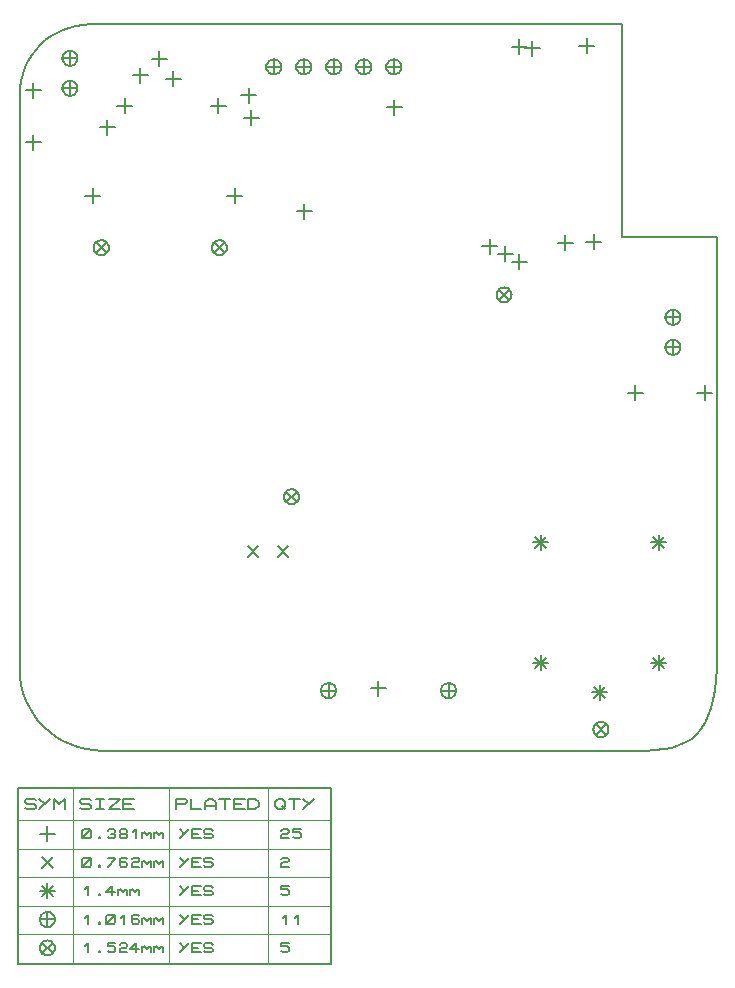
<source format=gbr>
G04 PROTEUS RS274X GERBER FILE*
%FSLAX45Y45*%
%MOMM*%
G01*
%ADD34C,0.203200*%
%ADD99C,0.127000*%
%ADD102C,0.063500*%
D34*
X-2280000Y+1713500D02*
X-2280000Y+1586500D01*
X-2343500Y+1650000D02*
X-2216500Y+1650000D01*
X-1080000Y+1713500D02*
X-1080000Y+1586500D01*
X-1143500Y+1650000D02*
X-1016500Y+1650000D01*
X+135300Y-2455018D02*
X+135300Y-2582018D01*
X+71800Y-2518518D02*
X+198800Y-2518518D01*
X-2785700Y+2164352D02*
X-2785700Y+2037352D01*
X-2849200Y+2100852D02*
X-2722200Y+2100852D01*
X-2160000Y+2293500D02*
X-2160000Y+2166500D01*
X-2223500Y+2230000D02*
X-2096500Y+2230000D01*
X-1220000Y+2473500D02*
X-1220000Y+2346500D01*
X-1283500Y+2410000D02*
X-1156500Y+2410000D01*
X-940000Y+2373500D02*
X-940000Y+2246500D01*
X-1003500Y+2310000D02*
X-876500Y+2310000D01*
X-2785700Y+2604292D02*
X-2785700Y+2477292D01*
X-2849200Y+2540792D02*
X-2722200Y+2540792D01*
X-1880000Y+2733500D02*
X-1880000Y+2606500D01*
X-1943500Y+2670000D02*
X-1816500Y+2670000D01*
X-490000Y+1583500D02*
X-490000Y+1456500D01*
X-553500Y+1520000D02*
X-426500Y+1520000D01*
X+1330000Y+2973500D02*
X+1330000Y+2846500D01*
X+1266500Y+2910000D02*
X+1393500Y+2910000D01*
X+1960000Y+1323500D02*
X+1960000Y+1196500D01*
X+1896500Y+1260000D02*
X+2023500Y+1260000D01*
X+1900000Y+2983500D02*
X+1900000Y+2856500D01*
X+1836500Y+2920000D02*
X+1963500Y+2920000D01*
X+2310000Y+43500D02*
X+2310000Y-83500D01*
X+2246500Y-20000D02*
X+2373500Y-20000D01*
X+2900000Y+43500D02*
X+2900000Y-83500D01*
X+2836500Y-20000D02*
X+2963500Y-20000D01*
X+1330000Y+1153500D02*
X+1330000Y+1026500D01*
X+1266500Y+1090000D02*
X+1393500Y+1090000D01*
X-2010000Y+2473850D02*
X-2010000Y+2346850D01*
X-2073500Y+2410350D02*
X-1946500Y+2410350D01*
X+1210000Y+1223500D02*
X+1210000Y+1096500D01*
X+1146500Y+1160000D02*
X+1273500Y+1160000D01*
X-1600000Y+2703500D02*
X-1600000Y+2576500D01*
X-1663500Y+2640000D02*
X-1536500Y+2640000D01*
X+1080000Y+1283500D02*
X+1080000Y+1156500D01*
X+1016500Y+1220000D02*
X+1143500Y+1220000D01*
X-1720000Y+2873500D02*
X-1720000Y+2746500D01*
X-1783500Y+2810000D02*
X-1656500Y+2810000D01*
X+1720000Y+1313500D02*
X+1720000Y+1186500D01*
X+1656500Y+1250000D02*
X+1783500Y+1250000D01*
X+270000Y+2463500D02*
X+270000Y+2336500D01*
X+206500Y+2400000D02*
X+333500Y+2400000D01*
X+1440000Y+2963500D02*
X+1440000Y+2836500D01*
X+1376500Y+2900000D02*
X+1503500Y+2900000D01*
X-960000Y+2563500D02*
X-960000Y+2436500D01*
X-1023500Y+2500000D02*
X-896500Y+2500000D01*
X-714901Y-1315099D02*
X-625099Y-1404901D01*
X-714901Y-1404901D02*
X-625099Y-1315099D01*
X-968901Y-1315099D02*
X-879099Y-1404901D01*
X-968901Y-1404901D02*
X-879099Y-1315099D01*
X-222500Y-2540000D02*
X-222717Y-2534753D01*
X-224482Y-2524258D01*
X-228174Y-2513763D01*
X-234202Y-2503268D01*
X-243424Y-2492888D01*
X-253919Y-2485200D01*
X-264414Y-2480282D01*
X-274909Y-2477476D01*
X-285404Y-2476503D01*
X-286000Y-2476500D01*
X-349500Y-2540000D02*
X-349283Y-2534753D01*
X-347518Y-2524258D01*
X-343826Y-2513763D01*
X-337798Y-2503268D01*
X-328576Y-2492888D01*
X-318081Y-2485200D01*
X-307586Y-2480282D01*
X-297091Y-2477476D01*
X-286596Y-2476503D01*
X-286000Y-2476500D01*
X-349500Y-2540000D02*
X-349283Y-2545247D01*
X-347518Y-2555742D01*
X-343826Y-2566237D01*
X-337798Y-2576732D01*
X-328576Y-2587112D01*
X-318081Y-2594800D01*
X-307586Y-2599718D01*
X-297091Y-2602524D01*
X-286596Y-2603497D01*
X-286000Y-2603500D01*
X-222500Y-2540000D02*
X-222717Y-2545247D01*
X-224482Y-2555742D01*
X-228174Y-2566237D01*
X-234202Y-2576732D01*
X-243424Y-2587112D01*
X-253919Y-2594800D01*
X-264414Y-2599718D01*
X-274909Y-2602524D01*
X-285404Y-2603497D01*
X-286000Y-2603500D01*
X-286000Y-2476500D02*
X-286000Y-2603500D01*
X-349500Y-2540000D02*
X-222500Y-2540000D01*
X+793500Y-2540000D02*
X+793283Y-2534753D01*
X+791518Y-2524258D01*
X+787826Y-2513763D01*
X+781798Y-2503268D01*
X+772576Y-2492888D01*
X+762081Y-2485200D01*
X+751586Y-2480282D01*
X+741091Y-2477476D01*
X+730596Y-2476503D01*
X+730000Y-2476500D01*
X+666500Y-2540000D02*
X+666717Y-2534753D01*
X+668482Y-2524258D01*
X+672174Y-2513763D01*
X+678202Y-2503268D01*
X+687424Y-2492888D01*
X+697919Y-2485200D01*
X+708414Y-2480282D01*
X+718909Y-2477476D01*
X+729404Y-2476503D01*
X+730000Y-2476500D01*
X+666500Y-2540000D02*
X+666717Y-2545247D01*
X+668482Y-2555742D01*
X+672174Y-2566237D01*
X+678202Y-2576732D01*
X+687424Y-2587112D01*
X+697919Y-2594800D01*
X+708414Y-2599718D01*
X+718909Y-2602524D01*
X+729404Y-2603497D01*
X+730000Y-2603500D01*
X+793500Y-2540000D02*
X+793283Y-2545247D01*
X+791518Y-2555742D01*
X+787826Y-2566237D01*
X+781798Y-2576732D01*
X+772576Y-2587112D01*
X+762081Y-2594800D01*
X+751586Y-2599718D01*
X+741091Y-2602524D01*
X+730596Y-2603497D01*
X+730000Y-2603500D01*
X+730000Y-2476500D02*
X+730000Y-2603500D01*
X+666500Y-2540000D02*
X+793500Y-2540000D01*
X-2146500Y+1210000D02*
X-2146717Y+1215247D01*
X-2148482Y+1225742D01*
X-2152174Y+1236237D01*
X-2158202Y+1246732D01*
X-2167424Y+1257112D01*
X-2177919Y+1264800D01*
X-2188414Y+1269718D01*
X-2198909Y+1272524D01*
X-2209404Y+1273497D01*
X-2210000Y+1273500D01*
X-2273500Y+1210000D02*
X-2273283Y+1215247D01*
X-2271518Y+1225742D01*
X-2267826Y+1236237D01*
X-2261798Y+1246732D01*
X-2252576Y+1257112D01*
X-2242081Y+1264800D01*
X-2231586Y+1269718D01*
X-2221091Y+1272524D01*
X-2210596Y+1273497D01*
X-2210000Y+1273500D01*
X-2273500Y+1210000D02*
X-2273283Y+1204753D01*
X-2271518Y+1194258D01*
X-2267826Y+1183763D01*
X-2261798Y+1173268D01*
X-2252576Y+1162888D01*
X-2242081Y+1155200D01*
X-2231586Y+1150282D01*
X-2221091Y+1147476D01*
X-2210596Y+1146503D01*
X-2210000Y+1146500D01*
X-2146500Y+1210000D02*
X-2146717Y+1204753D01*
X-2148482Y+1194258D01*
X-2152174Y+1183763D01*
X-2158202Y+1173268D01*
X-2167424Y+1162888D01*
X-2177919Y+1155200D01*
X-2188414Y+1150282D01*
X-2198909Y+1147476D01*
X-2209404Y+1146503D01*
X-2210000Y+1146500D01*
X-2254901Y+1254901D02*
X-2165099Y+1165099D01*
X-2254901Y+1165099D02*
X-2165099Y+1254901D01*
X-1146500Y+1210000D02*
X-1146717Y+1215247D01*
X-1148482Y+1225742D01*
X-1152174Y+1236237D01*
X-1158202Y+1246732D01*
X-1167424Y+1257112D01*
X-1177919Y+1264800D01*
X-1188414Y+1269718D01*
X-1198909Y+1272524D01*
X-1209404Y+1273497D01*
X-1210000Y+1273500D01*
X-1273500Y+1210000D02*
X-1273283Y+1215247D01*
X-1271518Y+1225742D01*
X-1267826Y+1236237D01*
X-1261798Y+1246732D01*
X-1252576Y+1257112D01*
X-1242081Y+1264800D01*
X-1231586Y+1269718D01*
X-1221091Y+1272524D01*
X-1210596Y+1273497D01*
X-1210000Y+1273500D01*
X-1273500Y+1210000D02*
X-1273283Y+1204753D01*
X-1271518Y+1194258D01*
X-1267826Y+1183763D01*
X-1261798Y+1173268D01*
X-1252576Y+1162888D01*
X-1242081Y+1155200D01*
X-1231586Y+1150282D01*
X-1221091Y+1147476D01*
X-1210596Y+1146503D01*
X-1210000Y+1146500D01*
X-1146500Y+1210000D02*
X-1146717Y+1204753D01*
X-1148482Y+1194258D01*
X-1152174Y+1183763D01*
X-1158202Y+1173268D01*
X-1167424Y+1162888D01*
X-1177919Y+1155200D01*
X-1188414Y+1150282D01*
X-1198909Y+1147476D01*
X-1209404Y+1146503D01*
X-1210000Y+1146500D01*
X-1254901Y+1254901D02*
X-1165099Y+1165099D01*
X-1254901Y+1165099D02*
X-1165099Y+1254901D01*
X+1263500Y+810000D02*
X+1263283Y+815247D01*
X+1261518Y+825742D01*
X+1257826Y+836237D01*
X+1251798Y+846732D01*
X+1242576Y+857112D01*
X+1232081Y+864800D01*
X+1221586Y+869718D01*
X+1211091Y+872524D01*
X+1200596Y+873497D01*
X+1200000Y+873500D01*
X+1136500Y+810000D02*
X+1136717Y+815247D01*
X+1138482Y+825742D01*
X+1142174Y+836237D01*
X+1148202Y+846732D01*
X+1157424Y+857112D01*
X+1167919Y+864800D01*
X+1178414Y+869718D01*
X+1188909Y+872524D01*
X+1199404Y+873497D01*
X+1200000Y+873500D01*
X+1136500Y+810000D02*
X+1136717Y+804753D01*
X+1138482Y+794258D01*
X+1142174Y+783763D01*
X+1148202Y+773268D01*
X+1157424Y+762888D01*
X+1167919Y+755200D01*
X+1178414Y+750282D01*
X+1188909Y+747476D01*
X+1199404Y+746503D01*
X+1200000Y+746500D01*
X+1263500Y+810000D02*
X+1263283Y+804753D01*
X+1261518Y+794258D01*
X+1257826Y+783763D01*
X+1251798Y+773268D01*
X+1242576Y+762888D01*
X+1232081Y+755200D01*
X+1221586Y+750282D01*
X+1211091Y+747476D01*
X+1200596Y+746503D01*
X+1200000Y+746500D01*
X+1155099Y+854901D02*
X+1244901Y+765099D01*
X+1155099Y+765099D02*
X+1244901Y+854901D01*
X-686500Y+2740000D02*
X-686717Y+2745247D01*
X-688482Y+2755742D01*
X-692174Y+2766237D01*
X-698202Y+2776732D01*
X-707424Y+2787112D01*
X-717919Y+2794800D01*
X-728414Y+2799718D01*
X-738909Y+2802524D01*
X-749404Y+2803497D01*
X-750000Y+2803500D01*
X-813500Y+2740000D02*
X-813283Y+2745247D01*
X-811518Y+2755742D01*
X-807826Y+2766237D01*
X-801798Y+2776732D01*
X-792576Y+2787112D01*
X-782081Y+2794800D01*
X-771586Y+2799718D01*
X-761091Y+2802524D01*
X-750596Y+2803497D01*
X-750000Y+2803500D01*
X-813500Y+2740000D02*
X-813283Y+2734753D01*
X-811518Y+2724258D01*
X-807826Y+2713763D01*
X-801798Y+2703268D01*
X-792576Y+2692888D01*
X-782081Y+2685200D01*
X-771586Y+2680282D01*
X-761091Y+2677476D01*
X-750596Y+2676503D01*
X-750000Y+2676500D01*
X-686500Y+2740000D02*
X-686717Y+2734753D01*
X-688482Y+2724258D01*
X-692174Y+2713763D01*
X-698202Y+2703268D01*
X-707424Y+2692888D01*
X-717919Y+2685200D01*
X-728414Y+2680282D01*
X-738909Y+2677476D01*
X-749404Y+2676503D01*
X-750000Y+2676500D01*
X-750000Y+2803500D02*
X-750000Y+2676500D01*
X-813500Y+2740000D02*
X-686500Y+2740000D01*
X-432500Y+2740000D02*
X-432717Y+2745247D01*
X-434482Y+2755742D01*
X-438174Y+2766237D01*
X-444202Y+2776732D01*
X-453424Y+2787112D01*
X-463919Y+2794800D01*
X-474414Y+2799718D01*
X-484909Y+2802524D01*
X-495404Y+2803497D01*
X-496000Y+2803500D01*
X-559500Y+2740000D02*
X-559283Y+2745247D01*
X-557518Y+2755742D01*
X-553826Y+2766237D01*
X-547798Y+2776732D01*
X-538576Y+2787112D01*
X-528081Y+2794800D01*
X-517586Y+2799718D01*
X-507091Y+2802524D01*
X-496596Y+2803497D01*
X-496000Y+2803500D01*
X-559500Y+2740000D02*
X-559283Y+2734753D01*
X-557518Y+2724258D01*
X-553826Y+2713763D01*
X-547798Y+2703268D01*
X-538576Y+2692888D01*
X-528081Y+2685200D01*
X-517586Y+2680282D01*
X-507091Y+2677476D01*
X-496596Y+2676503D01*
X-496000Y+2676500D01*
X-432500Y+2740000D02*
X-432717Y+2734753D01*
X-434482Y+2724258D01*
X-438174Y+2713763D01*
X-444202Y+2703268D01*
X-453424Y+2692888D01*
X-463919Y+2685200D01*
X-474414Y+2680282D01*
X-484909Y+2677476D01*
X-495404Y+2676503D01*
X-496000Y+2676500D01*
X-496000Y+2803500D02*
X-496000Y+2676500D01*
X-559500Y+2740000D02*
X-432500Y+2740000D01*
X-178500Y+2740000D02*
X-178717Y+2745247D01*
X-180482Y+2755742D01*
X-184174Y+2766237D01*
X-190202Y+2776732D01*
X-199424Y+2787112D01*
X-209919Y+2794800D01*
X-220414Y+2799718D01*
X-230909Y+2802524D01*
X-241404Y+2803497D01*
X-242000Y+2803500D01*
X-305500Y+2740000D02*
X-305283Y+2745247D01*
X-303518Y+2755742D01*
X-299826Y+2766237D01*
X-293798Y+2776732D01*
X-284576Y+2787112D01*
X-274081Y+2794800D01*
X-263586Y+2799718D01*
X-253091Y+2802524D01*
X-242596Y+2803497D01*
X-242000Y+2803500D01*
X-305500Y+2740000D02*
X-305283Y+2734753D01*
X-303518Y+2724258D01*
X-299826Y+2713763D01*
X-293798Y+2703268D01*
X-284576Y+2692888D01*
X-274081Y+2685200D01*
X-263586Y+2680282D01*
X-253091Y+2677476D01*
X-242596Y+2676503D01*
X-242000Y+2676500D01*
X-178500Y+2740000D02*
X-178717Y+2734753D01*
X-180482Y+2724258D01*
X-184174Y+2713763D01*
X-190202Y+2703268D01*
X-199424Y+2692888D01*
X-209919Y+2685200D01*
X-220414Y+2680282D01*
X-230909Y+2677476D01*
X-241404Y+2676503D01*
X-242000Y+2676500D01*
X-242000Y+2803500D02*
X-242000Y+2676500D01*
X-305500Y+2740000D02*
X-178500Y+2740000D01*
X+75500Y+2740000D02*
X+75283Y+2745247D01*
X+73518Y+2755742D01*
X+69826Y+2766237D01*
X+63798Y+2776732D01*
X+54576Y+2787112D01*
X+44081Y+2794800D01*
X+33586Y+2799718D01*
X+23091Y+2802524D01*
X+12596Y+2803497D01*
X+12000Y+2803500D01*
X-51500Y+2740000D02*
X-51283Y+2745247D01*
X-49518Y+2755742D01*
X-45826Y+2766237D01*
X-39798Y+2776732D01*
X-30576Y+2787112D01*
X-20081Y+2794800D01*
X-9586Y+2799718D01*
X+909Y+2802524D01*
X+11404Y+2803497D01*
X+12000Y+2803500D01*
X-51500Y+2740000D02*
X-51283Y+2734753D01*
X-49518Y+2724258D01*
X-45826Y+2713763D01*
X-39798Y+2703268D01*
X-30576Y+2692888D01*
X-20081Y+2685200D01*
X-9586Y+2680282D01*
X+909Y+2677476D01*
X+11404Y+2676503D01*
X+12000Y+2676500D01*
X+75500Y+2740000D02*
X+75283Y+2734753D01*
X+73518Y+2724258D01*
X+69826Y+2713763D01*
X+63798Y+2703268D01*
X+54576Y+2692888D01*
X+44081Y+2685200D01*
X+33586Y+2680282D01*
X+23091Y+2677476D01*
X+12596Y+2676503D01*
X+12000Y+2676500D01*
X+12000Y+2803500D02*
X+12000Y+2676500D01*
X-51500Y+2740000D02*
X+75500Y+2740000D01*
X+329500Y+2740000D02*
X+329283Y+2745247D01*
X+327518Y+2755742D01*
X+323826Y+2766237D01*
X+317798Y+2776732D01*
X+308576Y+2787112D01*
X+298081Y+2794800D01*
X+287586Y+2799718D01*
X+277091Y+2802524D01*
X+266596Y+2803497D01*
X+266000Y+2803500D01*
X+202500Y+2740000D02*
X+202717Y+2745247D01*
X+204482Y+2755742D01*
X+208174Y+2766237D01*
X+214202Y+2776732D01*
X+223424Y+2787112D01*
X+233919Y+2794800D01*
X+244414Y+2799718D01*
X+254909Y+2802524D01*
X+265404Y+2803497D01*
X+266000Y+2803500D01*
X+202500Y+2740000D02*
X+202717Y+2734753D01*
X+204482Y+2724258D01*
X+208174Y+2713763D01*
X+214202Y+2703268D01*
X+223424Y+2692888D01*
X+233919Y+2685200D01*
X+244414Y+2680282D01*
X+254909Y+2677476D01*
X+265404Y+2676503D01*
X+266000Y+2676500D01*
X+329500Y+2740000D02*
X+329283Y+2734753D01*
X+327518Y+2724258D01*
X+323826Y+2713763D01*
X+317798Y+2703268D01*
X+308576Y+2692888D01*
X+298081Y+2685200D01*
X+287586Y+2680282D01*
X+277091Y+2677476D01*
X+266596Y+2676503D01*
X+266000Y+2676500D01*
X+266000Y+2803500D02*
X+266000Y+2676500D01*
X+202500Y+2740000D02*
X+329500Y+2740000D01*
X-2411599Y+2560708D02*
X-2411816Y+2565955D01*
X-2413581Y+2576450D01*
X-2417273Y+2586945D01*
X-2423301Y+2597440D01*
X-2432523Y+2607820D01*
X-2443018Y+2615508D01*
X-2453513Y+2620426D01*
X-2464008Y+2623232D01*
X-2474503Y+2624205D01*
X-2475099Y+2624208D01*
X-2538599Y+2560708D02*
X-2538382Y+2565955D01*
X-2536617Y+2576450D01*
X-2532925Y+2586945D01*
X-2526897Y+2597440D01*
X-2517675Y+2607820D01*
X-2507180Y+2615508D01*
X-2496685Y+2620426D01*
X-2486190Y+2623232D01*
X-2475695Y+2624205D01*
X-2475099Y+2624208D01*
X-2538599Y+2560708D02*
X-2538382Y+2555461D01*
X-2536617Y+2544966D01*
X-2532925Y+2534471D01*
X-2526897Y+2523976D01*
X-2517675Y+2513596D01*
X-2507180Y+2505908D01*
X-2496685Y+2500990D01*
X-2486190Y+2498184D01*
X-2475695Y+2497211D01*
X-2475099Y+2497208D01*
X-2411599Y+2560708D02*
X-2411816Y+2555461D01*
X-2413581Y+2544966D01*
X-2417273Y+2534471D01*
X-2423301Y+2523976D01*
X-2432523Y+2513596D01*
X-2443018Y+2505908D01*
X-2453513Y+2500990D01*
X-2464008Y+2498184D01*
X-2474503Y+2497211D01*
X-2475099Y+2497208D01*
X-2475099Y+2624208D02*
X-2475099Y+2497208D01*
X-2538599Y+2560708D02*
X-2411599Y+2560708D01*
X-2411599Y+2814708D02*
X-2411816Y+2819955D01*
X-2413581Y+2830450D01*
X-2417273Y+2840945D01*
X-2423301Y+2851440D01*
X-2432523Y+2861820D01*
X-2443018Y+2869508D01*
X-2453513Y+2874426D01*
X-2464008Y+2877232D01*
X-2474503Y+2878205D01*
X-2475099Y+2878208D01*
X-2538599Y+2814708D02*
X-2538382Y+2819955D01*
X-2536617Y+2830450D01*
X-2532925Y+2840945D01*
X-2526897Y+2851440D01*
X-2517675Y+2861820D01*
X-2507180Y+2869508D01*
X-2496685Y+2874426D01*
X-2486190Y+2877232D01*
X-2475695Y+2878205D01*
X-2475099Y+2878208D01*
X-2538599Y+2814708D02*
X-2538382Y+2809461D01*
X-2536617Y+2798966D01*
X-2532925Y+2788471D01*
X-2526897Y+2777976D01*
X-2517675Y+2767596D01*
X-2507180Y+2759908D01*
X-2496685Y+2754990D01*
X-2486190Y+2752184D01*
X-2475695Y+2751211D01*
X-2475099Y+2751208D01*
X-2411599Y+2814708D02*
X-2411816Y+2809461D01*
X-2413581Y+2798966D01*
X-2417273Y+2788471D01*
X-2423301Y+2777976D01*
X-2432523Y+2767596D01*
X-2443018Y+2759908D01*
X-2453513Y+2754990D01*
X-2464008Y+2752184D01*
X-2474503Y+2751211D01*
X-2475099Y+2751208D01*
X-2475099Y+2878208D02*
X-2475099Y+2751208D01*
X-2538599Y+2814708D02*
X-2411599Y+2814708D01*
X+2510000Y-2241500D02*
X+2510000Y-2368500D01*
X+2446500Y-2305000D02*
X+2573500Y-2305000D01*
X+2465099Y-2260099D02*
X+2554901Y-2349901D01*
X+2465099Y-2349901D02*
X+2554901Y-2260099D01*
X+2510000Y-1221500D02*
X+2510000Y-1348500D01*
X+2446500Y-1285000D02*
X+2573500Y-1285000D01*
X+2465099Y-1240099D02*
X+2554901Y-1329901D01*
X+2465099Y-1329901D02*
X+2554901Y-1240099D01*
X+1510000Y-1221500D02*
X+1510000Y-1348500D01*
X+1446500Y-1285000D02*
X+1573500Y-1285000D01*
X+1465099Y-1240099D02*
X+1554901Y-1329901D01*
X+1465099Y-1329901D02*
X+1554901Y-1240099D01*
X+1510000Y-2241500D02*
X+1510000Y-2368500D01*
X+1446500Y-2305000D02*
X+1573500Y-2305000D01*
X+1465099Y-2260099D02*
X+1554901Y-2349901D01*
X+1465099Y-2349901D02*
X+1554901Y-2260099D01*
X+2010000Y-2491500D02*
X+2010000Y-2618500D01*
X+1946500Y-2555000D02*
X+2073500Y-2555000D01*
X+1965099Y-2510099D02*
X+2054901Y-2599901D01*
X+1965099Y-2599901D02*
X+2054901Y-2510099D01*
X+2083500Y-2870000D02*
X+2083283Y-2864753D01*
X+2081518Y-2854258D01*
X+2077826Y-2843763D01*
X+2071798Y-2833268D01*
X+2062576Y-2822888D01*
X+2052081Y-2815200D01*
X+2041586Y-2810282D01*
X+2031091Y-2807476D01*
X+2020596Y-2806503D01*
X+2020000Y-2806500D01*
X+1956500Y-2870000D02*
X+1956717Y-2864753D01*
X+1958482Y-2854258D01*
X+1962174Y-2843763D01*
X+1968202Y-2833268D01*
X+1977424Y-2822888D01*
X+1987919Y-2815200D01*
X+1998414Y-2810282D01*
X+2008909Y-2807476D01*
X+2019404Y-2806503D01*
X+2020000Y-2806500D01*
X+1956500Y-2870000D02*
X+1956717Y-2875247D01*
X+1958482Y-2885742D01*
X+1962174Y-2896237D01*
X+1968202Y-2906732D01*
X+1977424Y-2917112D01*
X+1987919Y-2924800D01*
X+1998414Y-2929718D01*
X+2008909Y-2932524D01*
X+2019404Y-2933497D01*
X+2020000Y-2933500D01*
X+2083500Y-2870000D02*
X+2083283Y-2875247D01*
X+2081518Y-2885742D01*
X+2077826Y-2896237D01*
X+2071798Y-2906732D01*
X+2062576Y-2917112D01*
X+2052081Y-2924800D01*
X+2041586Y-2929718D01*
X+2031091Y-2932524D01*
X+2020596Y-2933497D01*
X+2020000Y-2933500D01*
X+1975099Y-2825099D02*
X+2064901Y-2914901D01*
X+1975099Y-2914901D02*
X+2064901Y-2825099D01*
X+2693500Y+620000D02*
X+2693283Y+625247D01*
X+2691518Y+635742D01*
X+2687826Y+646237D01*
X+2681798Y+656732D01*
X+2672576Y+667112D01*
X+2662081Y+674800D01*
X+2651586Y+679718D01*
X+2641091Y+682524D01*
X+2630596Y+683497D01*
X+2630000Y+683500D01*
X+2566500Y+620000D02*
X+2566717Y+625247D01*
X+2568482Y+635742D01*
X+2572174Y+646237D01*
X+2578202Y+656732D01*
X+2587424Y+667112D01*
X+2597919Y+674800D01*
X+2608414Y+679718D01*
X+2618909Y+682524D01*
X+2629404Y+683497D01*
X+2630000Y+683500D01*
X+2566500Y+620000D02*
X+2566717Y+614753D01*
X+2568482Y+604258D01*
X+2572174Y+593763D01*
X+2578202Y+583268D01*
X+2587424Y+572888D01*
X+2597919Y+565200D01*
X+2608414Y+560282D01*
X+2618909Y+557476D01*
X+2629404Y+556503D01*
X+2630000Y+556500D01*
X+2693500Y+620000D02*
X+2693283Y+614753D01*
X+2691518Y+604258D01*
X+2687826Y+593763D01*
X+2681798Y+583268D01*
X+2672576Y+572888D01*
X+2662081Y+565200D01*
X+2651586Y+560282D01*
X+2641091Y+557476D01*
X+2630596Y+556503D01*
X+2630000Y+556500D01*
X+2630000Y+683500D02*
X+2630000Y+556500D01*
X+2566500Y+620000D02*
X+2693500Y+620000D01*
X+2693500Y+366000D02*
X+2693283Y+371247D01*
X+2691518Y+381742D01*
X+2687826Y+392237D01*
X+2681798Y+402732D01*
X+2672576Y+413112D01*
X+2662081Y+420800D01*
X+2651586Y+425718D01*
X+2641091Y+428524D01*
X+2630596Y+429497D01*
X+2630000Y+429500D01*
X+2566500Y+366000D02*
X+2566717Y+371247D01*
X+2568482Y+381742D01*
X+2572174Y+392237D01*
X+2578202Y+402732D01*
X+2587424Y+413112D01*
X+2597919Y+420800D01*
X+2608414Y+425718D01*
X+2618909Y+428524D01*
X+2629404Y+429497D01*
X+2630000Y+429500D01*
X+2566500Y+366000D02*
X+2566717Y+360753D01*
X+2568482Y+350258D01*
X+2572174Y+339763D01*
X+2578202Y+329268D01*
X+2587424Y+318888D01*
X+2597919Y+311200D01*
X+2608414Y+306282D01*
X+2618909Y+303476D01*
X+2629404Y+302503D01*
X+2630000Y+302500D01*
X+2693500Y+366000D02*
X+2693283Y+360753D01*
X+2691518Y+350258D01*
X+2687826Y+339763D01*
X+2681798Y+329268D01*
X+2672576Y+318888D01*
X+2662081Y+311200D01*
X+2651586Y+306282D01*
X+2641091Y+303476D01*
X+2630596Y+302503D01*
X+2630000Y+302500D01*
X+2630000Y+429500D02*
X+2630000Y+302500D01*
X+2566500Y+366000D02*
X+2693500Y+366000D01*
X-536500Y-900000D02*
X-536717Y-894753D01*
X-538482Y-884258D01*
X-542174Y-873763D01*
X-548202Y-863268D01*
X-557424Y-852888D01*
X-567919Y-845200D01*
X-578414Y-840282D01*
X-588909Y-837476D01*
X-599404Y-836503D01*
X-600000Y-836500D01*
X-663500Y-900000D02*
X-663283Y-894753D01*
X-661518Y-884258D01*
X-657826Y-873763D01*
X-651798Y-863268D01*
X-642576Y-852888D01*
X-632081Y-845200D01*
X-621586Y-840282D01*
X-611091Y-837476D01*
X-600596Y-836503D01*
X-600000Y-836500D01*
X-663500Y-900000D02*
X-663283Y-905247D01*
X-661518Y-915742D01*
X-657826Y-926237D01*
X-651798Y-936732D01*
X-642576Y-947112D01*
X-632081Y-954800D01*
X-621586Y-959718D01*
X-611091Y-962524D01*
X-600596Y-963497D01*
X-600000Y-963500D01*
X-536500Y-900000D02*
X-536717Y-905247D01*
X-538482Y-915742D01*
X-542174Y-926237D01*
X-548202Y-936732D01*
X-557424Y-947112D01*
X-567919Y-954800D01*
X-578414Y-959718D01*
X-588909Y-962524D01*
X-599404Y-963497D01*
X-600000Y-963500D01*
X-644901Y-855099D02*
X-555099Y-944901D01*
X-644901Y-944901D02*
X-555099Y-855099D01*
X-2300000Y+3100000D02*
X+2200000Y+3100000D01*
X+3000000Y+1300000D02*
X+3000000Y-2350000D01*
X+2300000Y-3050000D02*
X-2200000Y-3050000D01*
X+2200000Y+3100000D02*
X+2200000Y+1300000D01*
X+3000000Y+1300000D01*
X-2900000Y-2350000D02*
X-2900000Y+2500000D01*
X+2300000Y-3050000D02*
X+2392133Y-3050486D01*
X+2476341Y-3046399D01*
X+2552940Y-3037454D01*
X+2622246Y-3023368D01*
X+2684575Y-3003856D01*
X+2740242Y-2978636D01*
X+2789563Y-2947423D01*
X+2832855Y-2909933D01*
X+2870432Y-2865883D01*
X+2902611Y-2814988D01*
X+2929707Y-2756966D01*
X+2952036Y-2691532D01*
X+2969914Y-2618402D01*
X+2983657Y-2537292D01*
X+2993581Y-2447920D01*
X+3000000Y-2350000D01*
X-2900000Y-2350000D02*
X-2896465Y-2422749D01*
X-2886072Y-2493127D01*
X-2869142Y-2560814D01*
X-2845996Y-2625488D01*
X-2816954Y-2686830D01*
X-2782336Y-2744519D01*
X-2742463Y-2798235D01*
X-2697656Y-2847656D01*
X-2648234Y-2892464D01*
X-2594519Y-2932336D01*
X-2536830Y-2966954D01*
X-2475488Y-2995996D01*
X-2410814Y-3019142D01*
X-2343127Y-3036072D01*
X-2272749Y-3046465D01*
X-2200000Y-3050000D01*
X-2300000Y+3100000D02*
X-2362357Y+3096970D01*
X-2422681Y+3088062D01*
X-2480698Y+3073550D01*
X-2536133Y+3053711D01*
X-2588712Y+3028818D01*
X-2638159Y+2999146D01*
X-2684201Y+2964969D01*
X-2726562Y+2926562D01*
X-2764968Y+2884201D01*
X-2799145Y+2838159D01*
X-2828818Y+2788712D01*
X-2853711Y+2736133D01*
X-2873550Y+2680698D01*
X-2888062Y+2622681D01*
X-2896970Y+2562357D01*
X-2900000Y+2500000D01*
D99*
X-2912700Y-4852600D02*
X-268560Y-4852600D01*
X-268560Y-3366700D01*
X-2912700Y-3366700D01*
X-2912700Y-4852600D01*
D102*
X-2445338Y-3366700D02*
X-2445338Y-4852600D01*
X-1632538Y-3366700D02*
X-1632538Y-4852600D01*
X-799418Y-3366700D02*
X-799418Y-4852600D01*
X-2912700Y-3639750D02*
X-268560Y-3639750D01*
X-2912700Y-3881050D02*
X-268560Y-3881050D01*
X-2912700Y-4122350D02*
X-268560Y-4122350D01*
X-2912700Y-4363650D02*
X-268560Y-4363650D01*
X-2912700Y-4604950D02*
X-268560Y-4604950D01*
D99*
X-2855550Y-3530530D02*
X-2840310Y-3545770D01*
X-2779350Y-3545770D01*
X-2764110Y-3530530D01*
X-2764110Y-3515290D01*
X-2779350Y-3500050D01*
X-2840310Y-3500050D01*
X-2855550Y-3484810D01*
X-2855550Y-3469570D01*
X-2840310Y-3454330D01*
X-2779350Y-3454330D01*
X-2764110Y-3469570D01*
X-2642190Y-3454330D02*
X-2733630Y-3545770D01*
X-2733630Y-3454330D02*
X-2687910Y-3500050D01*
X-2611710Y-3545770D02*
X-2611710Y-3454330D01*
X-2565990Y-3500050D01*
X-2520270Y-3454330D01*
X-2520270Y-3545770D01*
X-2388190Y-3530530D02*
X-2372950Y-3545770D01*
X-2311990Y-3545770D01*
X-2296750Y-3530530D01*
X-2296750Y-3515290D01*
X-2311990Y-3500050D01*
X-2372950Y-3500050D01*
X-2388190Y-3484810D01*
X-2388190Y-3469570D01*
X-2372950Y-3454330D01*
X-2311990Y-3454330D01*
X-2296750Y-3469570D01*
X-2251030Y-3454330D02*
X-2190070Y-3454330D01*
X-2220550Y-3454330D02*
X-2220550Y-3545770D01*
X-2251030Y-3545770D02*
X-2190070Y-3545770D01*
X-2144350Y-3454330D02*
X-2052910Y-3454330D01*
X-2144350Y-3545770D01*
X-2052910Y-3545770D01*
X-1930990Y-3545770D02*
X-2022430Y-3545770D01*
X-2022430Y-3454330D01*
X-1930990Y-3454330D01*
X-2022430Y-3500050D02*
X-1961470Y-3500050D01*
X-1575390Y-3545770D02*
X-1575390Y-3454330D01*
X-1499190Y-3454330D01*
X-1483950Y-3469570D01*
X-1483950Y-3484810D01*
X-1499190Y-3500050D01*
X-1575390Y-3500050D01*
X-1453470Y-3454330D02*
X-1453470Y-3545770D01*
X-1362030Y-3545770D01*
X-1331550Y-3545770D02*
X-1331550Y-3484810D01*
X-1301070Y-3454330D01*
X-1270590Y-3454330D01*
X-1240110Y-3484810D01*
X-1240110Y-3545770D01*
X-1331550Y-3515290D02*
X-1240110Y-3515290D01*
X-1209630Y-3454330D02*
X-1118190Y-3454330D01*
X-1163910Y-3454330D02*
X-1163910Y-3545770D01*
X-996270Y-3545770D02*
X-1087710Y-3545770D01*
X-1087710Y-3454330D01*
X-996270Y-3454330D01*
X-1087710Y-3500050D02*
X-1026750Y-3500050D01*
X-965790Y-3545770D02*
X-965790Y-3454330D01*
X-904830Y-3454330D01*
X-874350Y-3484810D01*
X-874350Y-3515290D01*
X-904830Y-3545770D01*
X-965790Y-3545770D01*
X-742270Y-3484810D02*
X-711790Y-3454330D01*
X-681310Y-3454330D01*
X-650830Y-3484810D01*
X-650830Y-3515290D01*
X-681310Y-3545770D01*
X-711790Y-3545770D01*
X-742270Y-3515290D01*
X-742270Y-3484810D01*
X-681310Y-3515290D02*
X-650830Y-3545770D01*
X-620350Y-3454330D02*
X-528910Y-3454330D01*
X-574630Y-3454330D02*
X-574630Y-3545770D01*
X-406990Y-3454330D02*
X-498430Y-3545770D01*
X-498430Y-3454330D02*
X-452710Y-3500050D01*
D34*
X-2666320Y-3690550D02*
X-2666320Y-3817550D01*
X-2729820Y-3754050D02*
X-2602820Y-3754050D01*
D99*
X-2369140Y-3779450D02*
X-2369140Y-3728650D01*
X-2356440Y-3715950D01*
X-2305640Y-3715950D01*
X-2292940Y-3728650D01*
X-2292940Y-3779450D01*
X-2305640Y-3792150D01*
X-2356440Y-3792150D01*
X-2369140Y-3779450D01*
X-2369140Y-3792150D02*
X-2292940Y-3715950D01*
X-2229440Y-3779450D02*
X-2216740Y-3779450D01*
X-2216740Y-3792150D01*
X-2229440Y-3792150D01*
X-2229440Y-3779450D01*
X-2153240Y-3728650D02*
X-2140540Y-3715950D01*
X-2102440Y-3715950D01*
X-2089740Y-3728650D01*
X-2089740Y-3741350D01*
X-2102440Y-3754050D01*
X-2089740Y-3766750D01*
X-2089740Y-3779450D01*
X-2102440Y-3792150D01*
X-2140540Y-3792150D01*
X-2153240Y-3779450D01*
X-2127840Y-3754050D02*
X-2102440Y-3754050D01*
X-2038940Y-3754050D02*
X-2051640Y-3741350D01*
X-2051640Y-3728650D01*
X-2038940Y-3715950D01*
X-2000840Y-3715950D01*
X-1988140Y-3728650D01*
X-1988140Y-3741350D01*
X-2000840Y-3754050D01*
X-2038940Y-3754050D01*
X-2051640Y-3766750D01*
X-2051640Y-3779450D01*
X-2038940Y-3792150D01*
X-2000840Y-3792150D01*
X-1988140Y-3779450D01*
X-1988140Y-3766750D01*
X-2000840Y-3754050D01*
X-1937340Y-3741350D02*
X-1911940Y-3715950D01*
X-1911940Y-3792150D01*
X-1861140Y-3792150D02*
X-1861140Y-3741350D01*
X-1861140Y-3754050D02*
X-1848440Y-3741350D01*
X-1823040Y-3766750D01*
X-1797640Y-3741350D01*
X-1784940Y-3754050D01*
X-1784940Y-3792150D01*
X-1759540Y-3792150D02*
X-1759540Y-3741350D01*
X-1759540Y-3754050D02*
X-1746840Y-3741350D01*
X-1721440Y-3766750D01*
X-1696040Y-3741350D01*
X-1683340Y-3754050D01*
X-1683340Y-3792150D01*
X-1467440Y-3715950D02*
X-1543640Y-3792150D01*
X-1543640Y-3715950D02*
X-1505540Y-3754050D01*
X-1365840Y-3792150D02*
X-1442040Y-3792150D01*
X-1442040Y-3715950D01*
X-1365840Y-3715950D01*
X-1442040Y-3754050D02*
X-1391240Y-3754050D01*
X-1340440Y-3779450D02*
X-1327740Y-3792150D01*
X-1276940Y-3792150D01*
X-1264240Y-3779450D01*
X-1264240Y-3766750D01*
X-1276940Y-3754050D01*
X-1327740Y-3754050D01*
X-1340440Y-3741350D01*
X-1340440Y-3728650D01*
X-1327740Y-3715950D01*
X-1276940Y-3715950D01*
X-1264240Y-3728650D01*
X-685120Y-3728650D02*
X-672420Y-3715950D01*
X-634320Y-3715950D01*
X-621620Y-3728650D01*
X-621620Y-3741350D01*
X-634320Y-3754050D01*
X-672420Y-3754050D01*
X-685120Y-3766750D01*
X-685120Y-3792150D01*
X-621620Y-3792150D01*
X-520020Y-3715950D02*
X-583520Y-3715950D01*
X-583520Y-3741350D01*
X-532720Y-3741350D01*
X-520020Y-3754050D01*
X-520020Y-3779450D01*
X-532720Y-3792150D01*
X-570820Y-3792150D01*
X-583520Y-3779450D01*
D34*
X-2711221Y-3950449D02*
X-2621419Y-4040251D01*
X-2711221Y-4040251D02*
X-2621419Y-3950449D01*
D99*
X-2369140Y-4020750D02*
X-2369140Y-3969950D01*
X-2356440Y-3957250D01*
X-2305640Y-3957250D01*
X-2292940Y-3969950D01*
X-2292940Y-4020750D01*
X-2305640Y-4033450D01*
X-2356440Y-4033450D01*
X-2369140Y-4020750D01*
X-2369140Y-4033450D02*
X-2292940Y-3957250D01*
X-2229440Y-4020750D02*
X-2216740Y-4020750D01*
X-2216740Y-4033450D01*
X-2229440Y-4033450D01*
X-2229440Y-4020750D01*
X-2153240Y-3957250D02*
X-2089740Y-3957250D01*
X-2089740Y-3969950D01*
X-2153240Y-4033450D01*
X-1988140Y-3969950D02*
X-2000840Y-3957250D01*
X-2038940Y-3957250D01*
X-2051640Y-3969950D01*
X-2051640Y-4020750D01*
X-2038940Y-4033450D01*
X-2000840Y-4033450D01*
X-1988140Y-4020750D01*
X-1988140Y-4008050D01*
X-2000840Y-3995350D01*
X-2051640Y-3995350D01*
X-1950040Y-3969950D02*
X-1937340Y-3957250D01*
X-1899240Y-3957250D01*
X-1886540Y-3969950D01*
X-1886540Y-3982650D01*
X-1899240Y-3995350D01*
X-1937340Y-3995350D01*
X-1950040Y-4008050D01*
X-1950040Y-4033450D01*
X-1886540Y-4033450D01*
X-1861140Y-4033450D02*
X-1861140Y-3982650D01*
X-1861140Y-3995350D02*
X-1848440Y-3982650D01*
X-1823040Y-4008050D01*
X-1797640Y-3982650D01*
X-1784940Y-3995350D01*
X-1784940Y-4033450D01*
X-1759540Y-4033450D02*
X-1759540Y-3982650D01*
X-1759540Y-3995350D02*
X-1746840Y-3982650D01*
X-1721440Y-4008050D01*
X-1696040Y-3982650D01*
X-1683340Y-3995350D01*
X-1683340Y-4033450D01*
X-1467440Y-3957250D02*
X-1543640Y-4033450D01*
X-1543640Y-3957250D02*
X-1505540Y-3995350D01*
X-1365840Y-4033450D02*
X-1442040Y-4033450D01*
X-1442040Y-3957250D01*
X-1365840Y-3957250D01*
X-1442040Y-3995350D02*
X-1391240Y-3995350D01*
X-1340440Y-4020750D02*
X-1327740Y-4033450D01*
X-1276940Y-4033450D01*
X-1264240Y-4020750D01*
X-1264240Y-4008050D01*
X-1276940Y-3995350D01*
X-1327740Y-3995350D01*
X-1340440Y-3982650D01*
X-1340440Y-3969950D01*
X-1327740Y-3957250D01*
X-1276940Y-3957250D01*
X-1264240Y-3969950D01*
X-685120Y-3969950D02*
X-672420Y-3957250D01*
X-634320Y-3957250D01*
X-621620Y-3969950D01*
X-621620Y-3982650D01*
X-634320Y-3995350D01*
X-672420Y-3995350D01*
X-685120Y-4008050D01*
X-685120Y-4033450D01*
X-621620Y-4033450D01*
D34*
X-2666320Y-4173150D02*
X-2666320Y-4300150D01*
X-2729820Y-4236650D02*
X-2602820Y-4236650D01*
X-2711221Y-4191749D02*
X-2621419Y-4281551D01*
X-2711221Y-4281551D02*
X-2621419Y-4191749D01*
D99*
X-2343740Y-4223950D02*
X-2318340Y-4198550D01*
X-2318340Y-4274750D01*
X-2229440Y-4262050D02*
X-2216740Y-4262050D01*
X-2216740Y-4274750D01*
X-2229440Y-4274750D01*
X-2229440Y-4262050D01*
X-2089740Y-4249350D02*
X-2165940Y-4249350D01*
X-2115140Y-4198550D01*
X-2115140Y-4274750D01*
X-2064340Y-4274750D02*
X-2064340Y-4223950D01*
X-2064340Y-4236650D02*
X-2051640Y-4223950D01*
X-2026240Y-4249350D01*
X-2000840Y-4223950D01*
X-1988140Y-4236650D01*
X-1988140Y-4274750D01*
X-1962740Y-4274750D02*
X-1962740Y-4223950D01*
X-1962740Y-4236650D02*
X-1950040Y-4223950D01*
X-1924640Y-4249350D01*
X-1899240Y-4223950D01*
X-1886540Y-4236650D01*
X-1886540Y-4274750D01*
X-1467440Y-4198550D02*
X-1543640Y-4274750D01*
X-1543640Y-4198550D02*
X-1505540Y-4236650D01*
X-1365840Y-4274750D02*
X-1442040Y-4274750D01*
X-1442040Y-4198550D01*
X-1365840Y-4198550D01*
X-1442040Y-4236650D02*
X-1391240Y-4236650D01*
X-1340440Y-4262050D02*
X-1327740Y-4274750D01*
X-1276940Y-4274750D01*
X-1264240Y-4262050D01*
X-1264240Y-4249350D01*
X-1276940Y-4236650D01*
X-1327740Y-4236650D01*
X-1340440Y-4223950D01*
X-1340440Y-4211250D01*
X-1327740Y-4198550D01*
X-1276940Y-4198550D01*
X-1264240Y-4211250D01*
X-621620Y-4198550D02*
X-685120Y-4198550D01*
X-685120Y-4223950D01*
X-634320Y-4223950D01*
X-621620Y-4236650D01*
X-621620Y-4262050D01*
X-634320Y-4274750D01*
X-672420Y-4274750D01*
X-685120Y-4262050D01*
D34*
X-2602820Y-4477950D02*
X-2603037Y-4472703D01*
X-2604802Y-4462208D01*
X-2608494Y-4451713D01*
X-2614522Y-4441218D01*
X-2623744Y-4430838D01*
X-2634239Y-4423150D01*
X-2644734Y-4418232D01*
X-2655229Y-4415426D01*
X-2665724Y-4414453D01*
X-2666320Y-4414450D01*
X-2729820Y-4477950D02*
X-2729603Y-4472703D01*
X-2727838Y-4462208D01*
X-2724146Y-4451713D01*
X-2718118Y-4441218D01*
X-2708896Y-4430838D01*
X-2698401Y-4423150D01*
X-2687906Y-4418232D01*
X-2677411Y-4415426D01*
X-2666916Y-4414453D01*
X-2666320Y-4414450D01*
X-2729820Y-4477950D02*
X-2729603Y-4483197D01*
X-2727838Y-4493692D01*
X-2724146Y-4504187D01*
X-2718118Y-4514682D01*
X-2708896Y-4525062D01*
X-2698401Y-4532750D01*
X-2687906Y-4537668D01*
X-2677411Y-4540474D01*
X-2666916Y-4541447D01*
X-2666320Y-4541450D01*
X-2602820Y-4477950D02*
X-2603037Y-4483197D01*
X-2604802Y-4493692D01*
X-2608494Y-4504187D01*
X-2614522Y-4514682D01*
X-2623744Y-4525062D01*
X-2634239Y-4532750D01*
X-2644734Y-4537668D01*
X-2655229Y-4540474D01*
X-2665724Y-4541447D01*
X-2666320Y-4541450D01*
X-2666320Y-4414450D02*
X-2666320Y-4541450D01*
X-2729820Y-4477950D02*
X-2602820Y-4477950D01*
D99*
X-2343740Y-4465250D02*
X-2318340Y-4439850D01*
X-2318340Y-4516050D01*
X-2229440Y-4503350D02*
X-2216740Y-4503350D01*
X-2216740Y-4516050D01*
X-2229440Y-4516050D01*
X-2229440Y-4503350D01*
X-2165940Y-4503350D02*
X-2165940Y-4452550D01*
X-2153240Y-4439850D01*
X-2102440Y-4439850D01*
X-2089740Y-4452550D01*
X-2089740Y-4503350D01*
X-2102440Y-4516050D01*
X-2153240Y-4516050D01*
X-2165940Y-4503350D01*
X-2165940Y-4516050D02*
X-2089740Y-4439850D01*
X-2038940Y-4465250D02*
X-2013540Y-4439850D01*
X-2013540Y-4516050D01*
X-1886540Y-4452550D02*
X-1899240Y-4439850D01*
X-1937340Y-4439850D01*
X-1950040Y-4452550D01*
X-1950040Y-4503350D01*
X-1937340Y-4516050D01*
X-1899240Y-4516050D01*
X-1886540Y-4503350D01*
X-1886540Y-4490650D01*
X-1899240Y-4477950D01*
X-1950040Y-4477950D01*
X-1861140Y-4516050D02*
X-1861140Y-4465250D01*
X-1861140Y-4477950D02*
X-1848440Y-4465250D01*
X-1823040Y-4490650D01*
X-1797640Y-4465250D01*
X-1784940Y-4477950D01*
X-1784940Y-4516050D01*
X-1759540Y-4516050D02*
X-1759540Y-4465250D01*
X-1759540Y-4477950D02*
X-1746840Y-4465250D01*
X-1721440Y-4490650D01*
X-1696040Y-4465250D01*
X-1683340Y-4477950D01*
X-1683340Y-4516050D01*
X-1467440Y-4439850D02*
X-1543640Y-4516050D01*
X-1543640Y-4439850D02*
X-1505540Y-4477950D01*
X-1365840Y-4516050D02*
X-1442040Y-4516050D01*
X-1442040Y-4439850D01*
X-1365840Y-4439850D01*
X-1442040Y-4477950D02*
X-1391240Y-4477950D01*
X-1340440Y-4503350D02*
X-1327740Y-4516050D01*
X-1276940Y-4516050D01*
X-1264240Y-4503350D01*
X-1264240Y-4490650D01*
X-1276940Y-4477950D01*
X-1327740Y-4477950D01*
X-1340440Y-4465250D01*
X-1340440Y-4452550D01*
X-1327740Y-4439850D01*
X-1276940Y-4439850D01*
X-1264240Y-4452550D01*
X-672420Y-4465250D02*
X-647020Y-4439850D01*
X-647020Y-4516050D01*
X-570820Y-4465250D02*
X-545420Y-4439850D01*
X-545420Y-4516050D01*
D34*
X-2602820Y-4719250D02*
X-2603037Y-4714003D01*
X-2604802Y-4703508D01*
X-2608494Y-4693013D01*
X-2614522Y-4682518D01*
X-2623744Y-4672138D01*
X-2634239Y-4664450D01*
X-2644734Y-4659532D01*
X-2655229Y-4656726D01*
X-2665724Y-4655753D01*
X-2666320Y-4655750D01*
X-2729820Y-4719250D02*
X-2729603Y-4714003D01*
X-2727838Y-4703508D01*
X-2724146Y-4693013D01*
X-2718118Y-4682518D01*
X-2708896Y-4672138D01*
X-2698401Y-4664450D01*
X-2687906Y-4659532D01*
X-2677411Y-4656726D01*
X-2666916Y-4655753D01*
X-2666320Y-4655750D01*
X-2729820Y-4719250D02*
X-2729603Y-4724497D01*
X-2727838Y-4734992D01*
X-2724146Y-4745487D01*
X-2718118Y-4755982D01*
X-2708896Y-4766362D01*
X-2698401Y-4774050D01*
X-2687906Y-4778968D01*
X-2677411Y-4781774D01*
X-2666916Y-4782747D01*
X-2666320Y-4782750D01*
X-2602820Y-4719250D02*
X-2603037Y-4724497D01*
X-2604802Y-4734992D01*
X-2608494Y-4745487D01*
X-2614522Y-4755982D01*
X-2623744Y-4766362D01*
X-2634239Y-4774050D01*
X-2644734Y-4778968D01*
X-2655229Y-4781774D01*
X-2665724Y-4782747D01*
X-2666320Y-4782750D01*
X-2711221Y-4674349D02*
X-2621419Y-4764151D01*
X-2711221Y-4764151D02*
X-2621419Y-4674349D01*
D99*
X-2343740Y-4706550D02*
X-2318340Y-4681150D01*
X-2318340Y-4757350D01*
X-2229440Y-4744650D02*
X-2216740Y-4744650D01*
X-2216740Y-4757350D01*
X-2229440Y-4757350D01*
X-2229440Y-4744650D01*
X-2089740Y-4681150D02*
X-2153240Y-4681150D01*
X-2153240Y-4706550D01*
X-2102440Y-4706550D01*
X-2089740Y-4719250D01*
X-2089740Y-4744650D01*
X-2102440Y-4757350D01*
X-2140540Y-4757350D01*
X-2153240Y-4744650D01*
X-2051640Y-4693850D02*
X-2038940Y-4681150D01*
X-2000840Y-4681150D01*
X-1988140Y-4693850D01*
X-1988140Y-4706550D01*
X-2000840Y-4719250D01*
X-2038940Y-4719250D01*
X-2051640Y-4731950D01*
X-2051640Y-4757350D01*
X-1988140Y-4757350D01*
X-1886540Y-4731950D02*
X-1962740Y-4731950D01*
X-1911940Y-4681150D01*
X-1911940Y-4757350D01*
X-1861140Y-4757350D02*
X-1861140Y-4706550D01*
X-1861140Y-4719250D02*
X-1848440Y-4706550D01*
X-1823040Y-4731950D01*
X-1797640Y-4706550D01*
X-1784940Y-4719250D01*
X-1784940Y-4757350D01*
X-1759540Y-4757350D02*
X-1759540Y-4706550D01*
X-1759540Y-4719250D02*
X-1746840Y-4706550D01*
X-1721440Y-4731950D01*
X-1696040Y-4706550D01*
X-1683340Y-4719250D01*
X-1683340Y-4757350D01*
X-1467440Y-4681150D02*
X-1543640Y-4757350D01*
X-1543640Y-4681150D02*
X-1505540Y-4719250D01*
X-1365840Y-4757350D02*
X-1442040Y-4757350D01*
X-1442040Y-4681150D01*
X-1365840Y-4681150D01*
X-1442040Y-4719250D02*
X-1391240Y-4719250D01*
X-1340440Y-4744650D02*
X-1327740Y-4757350D01*
X-1276940Y-4757350D01*
X-1264240Y-4744650D01*
X-1264240Y-4731950D01*
X-1276940Y-4719250D01*
X-1327740Y-4719250D01*
X-1340440Y-4706550D01*
X-1340440Y-4693850D01*
X-1327740Y-4681150D01*
X-1276940Y-4681150D01*
X-1264240Y-4693850D01*
X-621620Y-4681150D02*
X-685120Y-4681150D01*
X-685120Y-4706550D01*
X-634320Y-4706550D01*
X-621620Y-4719250D01*
X-621620Y-4744650D01*
X-634320Y-4757350D01*
X-672420Y-4757350D01*
X-685120Y-4744650D01*
M02*

</source>
